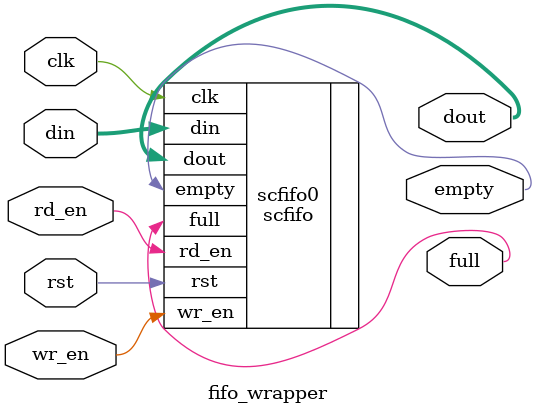
<source format=v>
`timescale 1ns / 1ps


module fifo_wrapper(
    input wire clk,
    input wire rst,
    input wire[7:0] din,
    input wire wr_en,
    input wire rd_en,
    output wire[7:0] dout,
    output wire full,
    output wire empty
    );
    scfifo scfifo0(
        .clk(clk),
            .rst(rst),
            .din(din),
            .wr_en(wr_en),
            .rd_en(rd_en),
            .dout(dout),
            .full(full),
            .empty(empty)
    );
endmodule

</source>
